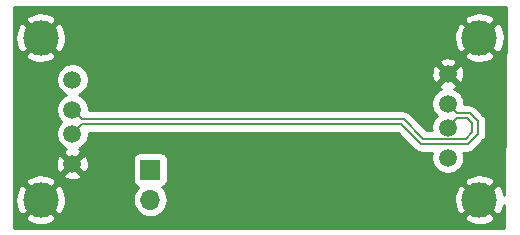
<source format=gbr>
G04 #@! TF.GenerationSoftware,KiCad,Pcbnew,(5.1.2)-2*
G04 #@! TF.CreationDate,2019-06-15T14:58:01+10:00*
G04 #@! TF.ProjectId,USBResetter,55534252-6573-4657-9474-65722e6b6963,rev?*
G04 #@! TF.SameCoordinates,Original*
G04 #@! TF.FileFunction,Copper,L2,Bot*
G04 #@! TF.FilePolarity,Positive*
%FSLAX46Y46*%
G04 Gerber Fmt 4.6, Leading zero omitted, Abs format (unit mm)*
G04 Created by KiCad (PCBNEW (5.1.2)-2) date 2019-06-15 14:58:01*
%MOMM*%
%LPD*%
G04 APERTURE LIST*
%ADD10C,1.500000*%
%ADD11C,3.000000*%
%ADD12O,1.700000X1.700000*%
%ADD13R,1.700000X1.700000*%
%ADD14C,0.200000*%
%ADD15C,0.254000*%
G04 APERTURE END LIST*
D10*
X130600000Y-97910000D03*
X130600000Y-95370000D03*
X130600000Y-93340000D03*
X130600000Y-90800000D03*
D11*
X127930000Y-100960000D03*
X127930000Y-87240000D03*
D12*
X137200000Y-100940000D03*
D13*
X137200000Y-98400000D03*
D11*
X165070000Y-100960000D03*
X165070000Y-87240000D03*
D10*
X162400000Y-97400000D03*
X162400000Y-94860000D03*
X162400000Y-92830000D03*
X162400000Y-90290000D03*
D14*
X130600000Y-95370000D02*
X131390000Y-94580000D01*
X131390000Y-94580000D02*
X158461800Y-94580000D01*
X158461800Y-94580000D02*
X160106800Y-96225000D01*
X160106800Y-96225000D02*
X164093200Y-96225000D01*
X164093200Y-96225000D02*
X164925000Y-95393200D01*
X164925000Y-95393200D02*
X164925000Y-94306800D01*
X163190000Y-93620000D02*
X162400000Y-92830000D01*
X164925000Y-94306800D02*
X164238200Y-93620000D01*
X164238200Y-93620000D02*
X163190000Y-93620000D01*
X131390000Y-94130000D02*
X158648200Y-94130000D01*
X130600000Y-93340000D02*
X131390000Y-94130000D01*
X158648200Y-94130000D02*
X160293200Y-95775000D01*
X160293200Y-95775000D02*
X163906800Y-95775000D01*
X163906800Y-95775000D02*
X164475000Y-95206800D01*
X164475000Y-95206800D02*
X164475000Y-94493200D01*
X163190000Y-94070000D02*
X162400000Y-94860000D01*
X164051800Y-94070000D02*
X163190000Y-94070000D01*
X164475000Y-94493200D02*
X164051800Y-94070000D01*
D15*
G36*
X167174223Y-100574441D02*
G01*
X167165334Y-100499549D01*
X167035243Y-100099617D01*
X166877214Y-99803962D01*
X166561653Y-99647952D01*
X165249605Y-100960000D01*
X166561653Y-102272048D01*
X166877214Y-102116038D01*
X167068020Y-101741255D01*
X167166034Y-101393286D01*
X167146567Y-103340000D01*
X125660000Y-103340000D01*
X125660000Y-102451653D01*
X126617952Y-102451653D01*
X126773962Y-102767214D01*
X127148745Y-102958020D01*
X127553551Y-103072044D01*
X127972824Y-103104902D01*
X128390451Y-103055334D01*
X128790383Y-102925243D01*
X129086038Y-102767214D01*
X129242048Y-102451653D01*
X163757952Y-102451653D01*
X163913962Y-102767214D01*
X164288745Y-102958020D01*
X164693551Y-103072044D01*
X165112824Y-103104902D01*
X165530451Y-103055334D01*
X165930383Y-102925243D01*
X166226038Y-102767214D01*
X166382048Y-102451653D01*
X165070000Y-101139605D01*
X163757952Y-102451653D01*
X129242048Y-102451653D01*
X127930000Y-101139605D01*
X126617952Y-102451653D01*
X125660000Y-102451653D01*
X125660000Y-101002824D01*
X125785098Y-101002824D01*
X125834666Y-101420451D01*
X125964757Y-101820383D01*
X126122786Y-102116038D01*
X126438347Y-102272048D01*
X127750395Y-100960000D01*
X128109605Y-100960000D01*
X129421653Y-102272048D01*
X129737214Y-102116038D01*
X129928020Y-101741255D01*
X130042044Y-101336449D01*
X130073113Y-100940000D01*
X135707815Y-100940000D01*
X135736487Y-101231111D01*
X135821401Y-101511034D01*
X135959294Y-101769014D01*
X136144866Y-101995134D01*
X136370986Y-102180706D01*
X136628966Y-102318599D01*
X136908889Y-102403513D01*
X137127050Y-102425000D01*
X137272950Y-102425000D01*
X137491111Y-102403513D01*
X137771034Y-102318599D01*
X138029014Y-102180706D01*
X138255134Y-101995134D01*
X138440706Y-101769014D01*
X138578599Y-101511034D01*
X138663513Y-101231111D01*
X138685997Y-101002824D01*
X162925098Y-101002824D01*
X162974666Y-101420451D01*
X163104757Y-101820383D01*
X163262786Y-102116038D01*
X163578347Y-102272048D01*
X164890395Y-100960000D01*
X163578347Y-99647952D01*
X163262786Y-99803962D01*
X163071980Y-100178745D01*
X162957956Y-100583551D01*
X162925098Y-101002824D01*
X138685997Y-101002824D01*
X138692185Y-100940000D01*
X138663513Y-100648889D01*
X138578599Y-100368966D01*
X138440706Y-100110986D01*
X138255134Y-99884866D01*
X138225313Y-99860393D01*
X138294180Y-99839502D01*
X138404494Y-99780537D01*
X138501185Y-99701185D01*
X138580537Y-99604494D01*
X138639502Y-99494180D01*
X138647338Y-99468347D01*
X163757952Y-99468347D01*
X165070000Y-100780395D01*
X166382048Y-99468347D01*
X166226038Y-99152786D01*
X165851255Y-98961980D01*
X165446449Y-98847956D01*
X165027176Y-98815098D01*
X164609549Y-98864666D01*
X164209617Y-98994757D01*
X163913962Y-99152786D01*
X163757952Y-99468347D01*
X138647338Y-99468347D01*
X138675812Y-99374482D01*
X138688072Y-99250000D01*
X138688072Y-97550000D01*
X138675812Y-97425518D01*
X138639502Y-97305820D01*
X138580537Y-97195506D01*
X138501185Y-97098815D01*
X138404494Y-97019463D01*
X138294180Y-96960498D01*
X138174482Y-96924188D01*
X138050000Y-96911928D01*
X136350000Y-96911928D01*
X136225518Y-96924188D01*
X136105820Y-96960498D01*
X135995506Y-97019463D01*
X135898815Y-97098815D01*
X135819463Y-97195506D01*
X135760498Y-97305820D01*
X135724188Y-97425518D01*
X135711928Y-97550000D01*
X135711928Y-99250000D01*
X135724188Y-99374482D01*
X135760498Y-99494180D01*
X135819463Y-99604494D01*
X135898815Y-99701185D01*
X135995506Y-99780537D01*
X136105820Y-99839502D01*
X136174687Y-99860393D01*
X136144866Y-99884866D01*
X135959294Y-100110986D01*
X135821401Y-100368966D01*
X135736487Y-100648889D01*
X135707815Y-100940000D01*
X130073113Y-100940000D01*
X130074902Y-100917176D01*
X130025334Y-100499549D01*
X129895243Y-100099617D01*
X129737214Y-99803962D01*
X129421653Y-99647952D01*
X128109605Y-100960000D01*
X127750395Y-100960000D01*
X126438347Y-99647952D01*
X126122786Y-99803962D01*
X125931980Y-100178745D01*
X125817956Y-100583551D01*
X125785098Y-101002824D01*
X125660000Y-101002824D01*
X125660000Y-99468347D01*
X126617952Y-99468347D01*
X127930000Y-100780395D01*
X129242048Y-99468347D01*
X129086038Y-99152786D01*
X128711255Y-98961980D01*
X128374034Y-98866993D01*
X129822612Y-98866993D01*
X129888137Y-99105860D01*
X130135116Y-99221760D01*
X130399960Y-99287250D01*
X130672492Y-99299812D01*
X130942238Y-99258965D01*
X131198832Y-99166277D01*
X131311863Y-99105860D01*
X131377388Y-98866993D01*
X130600000Y-98089605D01*
X129822612Y-98866993D01*
X128374034Y-98866993D01*
X128306449Y-98847956D01*
X127887176Y-98815098D01*
X127469549Y-98864666D01*
X127069617Y-98994757D01*
X126773962Y-99152786D01*
X126617952Y-99468347D01*
X125660000Y-99468347D01*
X125660000Y-97982492D01*
X129210188Y-97982492D01*
X129251035Y-98252238D01*
X129343723Y-98508832D01*
X129404140Y-98621863D01*
X129643007Y-98687388D01*
X130420395Y-97910000D01*
X130779605Y-97910000D01*
X131556993Y-98687388D01*
X131795860Y-98621863D01*
X131911760Y-98374884D01*
X131977250Y-98110040D01*
X131989812Y-97837508D01*
X131948965Y-97567762D01*
X131856277Y-97311168D01*
X131795860Y-97198137D01*
X131556993Y-97132612D01*
X130779605Y-97910000D01*
X130420395Y-97910000D01*
X129643007Y-97132612D01*
X129404140Y-97198137D01*
X129288240Y-97445116D01*
X129222750Y-97709960D01*
X129210188Y-97982492D01*
X125660000Y-97982492D01*
X125660000Y-90663589D01*
X129215000Y-90663589D01*
X129215000Y-90936411D01*
X129268225Y-91203989D01*
X129372629Y-91456043D01*
X129524201Y-91682886D01*
X129717114Y-91875799D01*
X129943957Y-92027371D01*
X130046873Y-92070000D01*
X129943957Y-92112629D01*
X129717114Y-92264201D01*
X129524201Y-92457114D01*
X129372629Y-92683957D01*
X129268225Y-92936011D01*
X129215000Y-93203589D01*
X129215000Y-93476411D01*
X129268225Y-93743989D01*
X129372629Y-93996043D01*
X129524201Y-94222886D01*
X129656315Y-94355000D01*
X129524201Y-94487114D01*
X129372629Y-94713957D01*
X129268225Y-94966011D01*
X129215000Y-95233589D01*
X129215000Y-95506411D01*
X129268225Y-95773989D01*
X129372629Y-96026043D01*
X129524201Y-96252886D01*
X129717114Y-96445799D01*
X129943957Y-96597371D01*
X130043279Y-96638511D01*
X130001168Y-96653723D01*
X129888137Y-96714140D01*
X129822612Y-96953007D01*
X130600000Y-97730395D01*
X131377388Y-96953007D01*
X131311863Y-96714140D01*
X131153523Y-96639836D01*
X131256043Y-96597371D01*
X131482886Y-96445799D01*
X131675799Y-96252886D01*
X131827371Y-96026043D01*
X131931775Y-95773989D01*
X131985000Y-95506411D01*
X131985000Y-95315000D01*
X158157354Y-95315000D01*
X159561546Y-96719193D01*
X159584562Y-96747238D01*
X159696480Y-96839087D01*
X159824167Y-96907337D01*
X159962715Y-96949365D01*
X160070695Y-96960000D01*
X160070704Y-96960000D01*
X160106799Y-96963555D01*
X160142894Y-96960000D01*
X161083141Y-96960000D01*
X161068225Y-96996011D01*
X161015000Y-97263589D01*
X161015000Y-97536411D01*
X161068225Y-97803989D01*
X161172629Y-98056043D01*
X161324201Y-98282886D01*
X161517114Y-98475799D01*
X161743957Y-98627371D01*
X161996011Y-98731775D01*
X162263589Y-98785000D01*
X162536411Y-98785000D01*
X162803989Y-98731775D01*
X163056043Y-98627371D01*
X163282886Y-98475799D01*
X163475799Y-98282886D01*
X163627371Y-98056043D01*
X163731775Y-97803989D01*
X163785000Y-97536411D01*
X163785000Y-97263589D01*
X163731775Y-96996011D01*
X163716859Y-96960000D01*
X164057095Y-96960000D01*
X164093200Y-96963556D01*
X164129305Y-96960000D01*
X164237285Y-96949365D01*
X164375833Y-96907337D01*
X164503520Y-96839087D01*
X164615438Y-96747238D01*
X164638458Y-96719188D01*
X165419197Y-95938450D01*
X165447237Y-95915438D01*
X165470250Y-95887397D01*
X165470253Y-95887394D01*
X165495117Y-95857097D01*
X165539087Y-95803520D01*
X165607337Y-95675833D01*
X165649365Y-95537285D01*
X165660000Y-95429305D01*
X165660000Y-95429304D01*
X165663556Y-95393200D01*
X165660000Y-95357095D01*
X165660000Y-94342905D01*
X165663556Y-94306800D01*
X165649365Y-94162715D01*
X165617528Y-94057763D01*
X165607337Y-94024167D01*
X165539087Y-93896480D01*
X165447238Y-93784562D01*
X165419193Y-93761546D01*
X164783458Y-93125812D01*
X164760438Y-93097762D01*
X164648520Y-93005913D01*
X164520833Y-92937663D01*
X164382285Y-92895635D01*
X164274305Y-92885000D01*
X164238200Y-92881444D01*
X164202095Y-92885000D01*
X163785000Y-92885000D01*
X163785000Y-92693589D01*
X163731775Y-92426011D01*
X163627371Y-92173957D01*
X163475799Y-91947114D01*
X163282886Y-91754201D01*
X163056043Y-91602629D01*
X162956721Y-91561489D01*
X162998832Y-91546277D01*
X163111863Y-91485860D01*
X163177388Y-91246993D01*
X162400000Y-90469605D01*
X161622612Y-91246993D01*
X161688137Y-91485860D01*
X161846477Y-91560164D01*
X161743957Y-91602629D01*
X161517114Y-91754201D01*
X161324201Y-91947114D01*
X161172629Y-92173957D01*
X161068225Y-92426011D01*
X161015000Y-92693589D01*
X161015000Y-92966411D01*
X161068225Y-93233989D01*
X161172629Y-93486043D01*
X161324201Y-93712886D01*
X161456315Y-93845000D01*
X161324201Y-93977114D01*
X161172629Y-94203957D01*
X161068225Y-94456011D01*
X161015000Y-94723589D01*
X161015000Y-94996411D01*
X161023670Y-95040000D01*
X160597647Y-95040000D01*
X159193458Y-93635812D01*
X159170438Y-93607762D01*
X159058520Y-93515913D01*
X158930833Y-93447663D01*
X158792285Y-93405635D01*
X158684305Y-93395000D01*
X158648200Y-93391444D01*
X158612095Y-93395000D01*
X131985000Y-93395000D01*
X131985000Y-93203589D01*
X131931775Y-92936011D01*
X131827371Y-92683957D01*
X131675799Y-92457114D01*
X131482886Y-92264201D01*
X131256043Y-92112629D01*
X131153127Y-92070000D01*
X131256043Y-92027371D01*
X131482886Y-91875799D01*
X131675799Y-91682886D01*
X131827371Y-91456043D01*
X131931775Y-91203989D01*
X131985000Y-90936411D01*
X131985000Y-90663589D01*
X131931775Y-90396011D01*
X131917892Y-90362492D01*
X161010188Y-90362492D01*
X161051035Y-90632238D01*
X161143723Y-90888832D01*
X161204140Y-91001863D01*
X161443007Y-91067388D01*
X162220395Y-90290000D01*
X162579605Y-90290000D01*
X163356993Y-91067388D01*
X163595860Y-91001863D01*
X163711760Y-90754884D01*
X163777250Y-90490040D01*
X163789812Y-90217508D01*
X163748965Y-89947762D01*
X163656277Y-89691168D01*
X163595860Y-89578137D01*
X163356993Y-89512612D01*
X162579605Y-90290000D01*
X162220395Y-90290000D01*
X161443007Y-89512612D01*
X161204140Y-89578137D01*
X161088240Y-89825116D01*
X161022750Y-90089960D01*
X161010188Y-90362492D01*
X131917892Y-90362492D01*
X131827371Y-90143957D01*
X131675799Y-89917114D01*
X131482886Y-89724201D01*
X131256043Y-89572629D01*
X131003989Y-89468225D01*
X130736411Y-89415000D01*
X130463589Y-89415000D01*
X130196011Y-89468225D01*
X129943957Y-89572629D01*
X129717114Y-89724201D01*
X129524201Y-89917114D01*
X129372629Y-90143957D01*
X129268225Y-90396011D01*
X129215000Y-90663589D01*
X125660000Y-90663589D01*
X125660000Y-88731653D01*
X126617952Y-88731653D01*
X126773962Y-89047214D01*
X127148745Y-89238020D01*
X127553551Y-89352044D01*
X127972824Y-89384902D01*
X128390451Y-89335334D01*
X128397604Y-89333007D01*
X161622612Y-89333007D01*
X162400000Y-90110395D01*
X163177388Y-89333007D01*
X163111863Y-89094140D01*
X162864884Y-88978240D01*
X162600040Y-88912750D01*
X162327508Y-88900188D01*
X162057762Y-88941035D01*
X161801168Y-89033723D01*
X161688137Y-89094140D01*
X161622612Y-89333007D01*
X128397604Y-89333007D01*
X128790383Y-89205243D01*
X129086038Y-89047214D01*
X129242048Y-88731653D01*
X163757952Y-88731653D01*
X163913962Y-89047214D01*
X164288745Y-89238020D01*
X164693551Y-89352044D01*
X165112824Y-89384902D01*
X165530451Y-89335334D01*
X165930383Y-89205243D01*
X166226038Y-89047214D01*
X166382048Y-88731653D01*
X165070000Y-87419605D01*
X163757952Y-88731653D01*
X129242048Y-88731653D01*
X127930000Y-87419605D01*
X126617952Y-88731653D01*
X125660000Y-88731653D01*
X125660000Y-87282824D01*
X125785098Y-87282824D01*
X125834666Y-87700451D01*
X125964757Y-88100383D01*
X126122786Y-88396038D01*
X126438347Y-88552048D01*
X127750395Y-87240000D01*
X128109605Y-87240000D01*
X129421653Y-88552048D01*
X129737214Y-88396038D01*
X129928020Y-88021255D01*
X130042044Y-87616449D01*
X130068189Y-87282824D01*
X162925098Y-87282824D01*
X162974666Y-87700451D01*
X163104757Y-88100383D01*
X163262786Y-88396038D01*
X163578347Y-88552048D01*
X164890395Y-87240000D01*
X165249605Y-87240000D01*
X166561653Y-88552048D01*
X166877214Y-88396038D01*
X167068020Y-88021255D01*
X167182044Y-87616449D01*
X167214902Y-87197176D01*
X167165334Y-86779549D01*
X167035243Y-86379617D01*
X166877214Y-86083962D01*
X166561653Y-85927952D01*
X165249605Y-87240000D01*
X164890395Y-87240000D01*
X163578347Y-85927952D01*
X163262786Y-86083962D01*
X163071980Y-86458745D01*
X162957956Y-86863551D01*
X162925098Y-87282824D01*
X130068189Y-87282824D01*
X130074902Y-87197176D01*
X130025334Y-86779549D01*
X129895243Y-86379617D01*
X129737214Y-86083962D01*
X129421653Y-85927952D01*
X128109605Y-87240000D01*
X127750395Y-87240000D01*
X126438347Y-85927952D01*
X126122786Y-86083962D01*
X125931980Y-86458745D01*
X125817956Y-86863551D01*
X125785098Y-87282824D01*
X125660000Y-87282824D01*
X125660000Y-85748347D01*
X126617952Y-85748347D01*
X127930000Y-87060395D01*
X129242048Y-85748347D01*
X163757952Y-85748347D01*
X165070000Y-87060395D01*
X166382048Y-85748347D01*
X166226038Y-85432786D01*
X165851255Y-85241980D01*
X165446449Y-85127956D01*
X165027176Y-85095098D01*
X164609549Y-85144666D01*
X164209617Y-85274757D01*
X163913962Y-85432786D01*
X163757952Y-85748347D01*
X129242048Y-85748347D01*
X129086038Y-85432786D01*
X128711255Y-85241980D01*
X128306449Y-85127956D01*
X127887176Y-85095098D01*
X127469549Y-85144666D01*
X127069617Y-85274757D01*
X126773962Y-85432786D01*
X126617952Y-85748347D01*
X125660000Y-85748347D01*
X125660000Y-84660000D01*
X167333368Y-84660000D01*
X167174223Y-100574441D01*
X167174223Y-100574441D01*
G37*
X167174223Y-100574441D02*
X167165334Y-100499549D01*
X167035243Y-100099617D01*
X166877214Y-99803962D01*
X166561653Y-99647952D01*
X165249605Y-100960000D01*
X166561653Y-102272048D01*
X166877214Y-102116038D01*
X167068020Y-101741255D01*
X167166034Y-101393286D01*
X167146567Y-103340000D01*
X125660000Y-103340000D01*
X125660000Y-102451653D01*
X126617952Y-102451653D01*
X126773962Y-102767214D01*
X127148745Y-102958020D01*
X127553551Y-103072044D01*
X127972824Y-103104902D01*
X128390451Y-103055334D01*
X128790383Y-102925243D01*
X129086038Y-102767214D01*
X129242048Y-102451653D01*
X163757952Y-102451653D01*
X163913962Y-102767214D01*
X164288745Y-102958020D01*
X164693551Y-103072044D01*
X165112824Y-103104902D01*
X165530451Y-103055334D01*
X165930383Y-102925243D01*
X166226038Y-102767214D01*
X166382048Y-102451653D01*
X165070000Y-101139605D01*
X163757952Y-102451653D01*
X129242048Y-102451653D01*
X127930000Y-101139605D01*
X126617952Y-102451653D01*
X125660000Y-102451653D01*
X125660000Y-101002824D01*
X125785098Y-101002824D01*
X125834666Y-101420451D01*
X125964757Y-101820383D01*
X126122786Y-102116038D01*
X126438347Y-102272048D01*
X127750395Y-100960000D01*
X128109605Y-100960000D01*
X129421653Y-102272048D01*
X129737214Y-102116038D01*
X129928020Y-101741255D01*
X130042044Y-101336449D01*
X130073113Y-100940000D01*
X135707815Y-100940000D01*
X135736487Y-101231111D01*
X135821401Y-101511034D01*
X135959294Y-101769014D01*
X136144866Y-101995134D01*
X136370986Y-102180706D01*
X136628966Y-102318599D01*
X136908889Y-102403513D01*
X137127050Y-102425000D01*
X137272950Y-102425000D01*
X137491111Y-102403513D01*
X137771034Y-102318599D01*
X138029014Y-102180706D01*
X138255134Y-101995134D01*
X138440706Y-101769014D01*
X138578599Y-101511034D01*
X138663513Y-101231111D01*
X138685997Y-101002824D01*
X162925098Y-101002824D01*
X162974666Y-101420451D01*
X163104757Y-101820383D01*
X163262786Y-102116038D01*
X163578347Y-102272048D01*
X164890395Y-100960000D01*
X163578347Y-99647952D01*
X163262786Y-99803962D01*
X163071980Y-100178745D01*
X162957956Y-100583551D01*
X162925098Y-101002824D01*
X138685997Y-101002824D01*
X138692185Y-100940000D01*
X138663513Y-100648889D01*
X138578599Y-100368966D01*
X138440706Y-100110986D01*
X138255134Y-99884866D01*
X138225313Y-99860393D01*
X138294180Y-99839502D01*
X138404494Y-99780537D01*
X138501185Y-99701185D01*
X138580537Y-99604494D01*
X138639502Y-99494180D01*
X138647338Y-99468347D01*
X163757952Y-99468347D01*
X165070000Y-100780395D01*
X166382048Y-99468347D01*
X166226038Y-99152786D01*
X165851255Y-98961980D01*
X165446449Y-98847956D01*
X165027176Y-98815098D01*
X164609549Y-98864666D01*
X164209617Y-98994757D01*
X163913962Y-99152786D01*
X163757952Y-99468347D01*
X138647338Y-99468347D01*
X138675812Y-99374482D01*
X138688072Y-99250000D01*
X138688072Y-97550000D01*
X138675812Y-97425518D01*
X138639502Y-97305820D01*
X138580537Y-97195506D01*
X138501185Y-97098815D01*
X138404494Y-97019463D01*
X138294180Y-96960498D01*
X138174482Y-96924188D01*
X138050000Y-96911928D01*
X136350000Y-96911928D01*
X136225518Y-96924188D01*
X136105820Y-96960498D01*
X135995506Y-97019463D01*
X135898815Y-97098815D01*
X135819463Y-97195506D01*
X135760498Y-97305820D01*
X135724188Y-97425518D01*
X135711928Y-97550000D01*
X135711928Y-99250000D01*
X135724188Y-99374482D01*
X135760498Y-99494180D01*
X135819463Y-99604494D01*
X135898815Y-99701185D01*
X135995506Y-99780537D01*
X136105820Y-99839502D01*
X136174687Y-99860393D01*
X136144866Y-99884866D01*
X135959294Y-100110986D01*
X135821401Y-100368966D01*
X135736487Y-100648889D01*
X135707815Y-100940000D01*
X130073113Y-100940000D01*
X130074902Y-100917176D01*
X130025334Y-100499549D01*
X129895243Y-100099617D01*
X129737214Y-99803962D01*
X129421653Y-99647952D01*
X128109605Y-100960000D01*
X127750395Y-100960000D01*
X126438347Y-99647952D01*
X126122786Y-99803962D01*
X125931980Y-100178745D01*
X125817956Y-100583551D01*
X125785098Y-101002824D01*
X125660000Y-101002824D01*
X125660000Y-99468347D01*
X126617952Y-99468347D01*
X127930000Y-100780395D01*
X129242048Y-99468347D01*
X129086038Y-99152786D01*
X128711255Y-98961980D01*
X128374034Y-98866993D01*
X129822612Y-98866993D01*
X129888137Y-99105860D01*
X130135116Y-99221760D01*
X130399960Y-99287250D01*
X130672492Y-99299812D01*
X130942238Y-99258965D01*
X131198832Y-99166277D01*
X131311863Y-99105860D01*
X131377388Y-98866993D01*
X130600000Y-98089605D01*
X129822612Y-98866993D01*
X128374034Y-98866993D01*
X128306449Y-98847956D01*
X127887176Y-98815098D01*
X127469549Y-98864666D01*
X127069617Y-98994757D01*
X126773962Y-99152786D01*
X126617952Y-99468347D01*
X125660000Y-99468347D01*
X125660000Y-97982492D01*
X129210188Y-97982492D01*
X129251035Y-98252238D01*
X129343723Y-98508832D01*
X129404140Y-98621863D01*
X129643007Y-98687388D01*
X130420395Y-97910000D01*
X130779605Y-97910000D01*
X131556993Y-98687388D01*
X131795860Y-98621863D01*
X131911760Y-98374884D01*
X131977250Y-98110040D01*
X131989812Y-97837508D01*
X131948965Y-97567762D01*
X131856277Y-97311168D01*
X131795860Y-97198137D01*
X131556993Y-97132612D01*
X130779605Y-97910000D01*
X130420395Y-97910000D01*
X129643007Y-97132612D01*
X129404140Y-97198137D01*
X129288240Y-97445116D01*
X129222750Y-97709960D01*
X129210188Y-97982492D01*
X125660000Y-97982492D01*
X125660000Y-90663589D01*
X129215000Y-90663589D01*
X129215000Y-90936411D01*
X129268225Y-91203989D01*
X129372629Y-91456043D01*
X129524201Y-91682886D01*
X129717114Y-91875799D01*
X129943957Y-92027371D01*
X130046873Y-92070000D01*
X129943957Y-92112629D01*
X129717114Y-92264201D01*
X129524201Y-92457114D01*
X129372629Y-92683957D01*
X129268225Y-92936011D01*
X129215000Y-93203589D01*
X129215000Y-93476411D01*
X129268225Y-93743989D01*
X129372629Y-93996043D01*
X129524201Y-94222886D01*
X129656315Y-94355000D01*
X129524201Y-94487114D01*
X129372629Y-94713957D01*
X129268225Y-94966011D01*
X129215000Y-95233589D01*
X129215000Y-95506411D01*
X129268225Y-95773989D01*
X129372629Y-96026043D01*
X129524201Y-96252886D01*
X129717114Y-96445799D01*
X129943957Y-96597371D01*
X130043279Y-96638511D01*
X130001168Y-96653723D01*
X129888137Y-96714140D01*
X129822612Y-96953007D01*
X130600000Y-97730395D01*
X131377388Y-96953007D01*
X131311863Y-96714140D01*
X131153523Y-96639836D01*
X131256043Y-96597371D01*
X131482886Y-96445799D01*
X131675799Y-96252886D01*
X131827371Y-96026043D01*
X131931775Y-95773989D01*
X131985000Y-95506411D01*
X131985000Y-95315000D01*
X158157354Y-95315000D01*
X159561546Y-96719193D01*
X159584562Y-96747238D01*
X159696480Y-96839087D01*
X159824167Y-96907337D01*
X159962715Y-96949365D01*
X160070695Y-96960000D01*
X160070704Y-96960000D01*
X160106799Y-96963555D01*
X160142894Y-96960000D01*
X161083141Y-96960000D01*
X161068225Y-96996011D01*
X161015000Y-97263589D01*
X161015000Y-97536411D01*
X161068225Y-97803989D01*
X161172629Y-98056043D01*
X161324201Y-98282886D01*
X161517114Y-98475799D01*
X161743957Y-98627371D01*
X161996011Y-98731775D01*
X162263589Y-98785000D01*
X162536411Y-98785000D01*
X162803989Y-98731775D01*
X163056043Y-98627371D01*
X163282886Y-98475799D01*
X163475799Y-98282886D01*
X163627371Y-98056043D01*
X163731775Y-97803989D01*
X163785000Y-97536411D01*
X163785000Y-97263589D01*
X163731775Y-96996011D01*
X163716859Y-96960000D01*
X164057095Y-96960000D01*
X164093200Y-96963556D01*
X164129305Y-96960000D01*
X164237285Y-96949365D01*
X164375833Y-96907337D01*
X164503520Y-96839087D01*
X164615438Y-96747238D01*
X164638458Y-96719188D01*
X165419197Y-95938450D01*
X165447237Y-95915438D01*
X165470250Y-95887397D01*
X165470253Y-95887394D01*
X165495117Y-95857097D01*
X165539087Y-95803520D01*
X165607337Y-95675833D01*
X165649365Y-95537285D01*
X165660000Y-95429305D01*
X165660000Y-95429304D01*
X165663556Y-95393200D01*
X165660000Y-95357095D01*
X165660000Y-94342905D01*
X165663556Y-94306800D01*
X165649365Y-94162715D01*
X165617528Y-94057763D01*
X165607337Y-94024167D01*
X165539087Y-93896480D01*
X165447238Y-93784562D01*
X165419193Y-93761546D01*
X164783458Y-93125812D01*
X164760438Y-93097762D01*
X164648520Y-93005913D01*
X164520833Y-92937663D01*
X164382285Y-92895635D01*
X164274305Y-92885000D01*
X164238200Y-92881444D01*
X164202095Y-92885000D01*
X163785000Y-92885000D01*
X163785000Y-92693589D01*
X163731775Y-92426011D01*
X163627371Y-92173957D01*
X163475799Y-91947114D01*
X163282886Y-91754201D01*
X163056043Y-91602629D01*
X162956721Y-91561489D01*
X162998832Y-91546277D01*
X163111863Y-91485860D01*
X163177388Y-91246993D01*
X162400000Y-90469605D01*
X161622612Y-91246993D01*
X161688137Y-91485860D01*
X161846477Y-91560164D01*
X161743957Y-91602629D01*
X161517114Y-91754201D01*
X161324201Y-91947114D01*
X161172629Y-92173957D01*
X161068225Y-92426011D01*
X161015000Y-92693589D01*
X161015000Y-92966411D01*
X161068225Y-93233989D01*
X161172629Y-93486043D01*
X161324201Y-93712886D01*
X161456315Y-93845000D01*
X161324201Y-93977114D01*
X161172629Y-94203957D01*
X161068225Y-94456011D01*
X161015000Y-94723589D01*
X161015000Y-94996411D01*
X161023670Y-95040000D01*
X160597647Y-95040000D01*
X159193458Y-93635812D01*
X159170438Y-93607762D01*
X159058520Y-93515913D01*
X158930833Y-93447663D01*
X158792285Y-93405635D01*
X158684305Y-93395000D01*
X158648200Y-93391444D01*
X158612095Y-93395000D01*
X131985000Y-93395000D01*
X131985000Y-93203589D01*
X131931775Y-92936011D01*
X131827371Y-92683957D01*
X131675799Y-92457114D01*
X131482886Y-92264201D01*
X131256043Y-92112629D01*
X131153127Y-92070000D01*
X131256043Y-92027371D01*
X131482886Y-91875799D01*
X131675799Y-91682886D01*
X131827371Y-91456043D01*
X131931775Y-91203989D01*
X131985000Y-90936411D01*
X131985000Y-90663589D01*
X131931775Y-90396011D01*
X131917892Y-90362492D01*
X161010188Y-90362492D01*
X161051035Y-90632238D01*
X161143723Y-90888832D01*
X161204140Y-91001863D01*
X161443007Y-91067388D01*
X162220395Y-90290000D01*
X162579605Y-90290000D01*
X163356993Y-91067388D01*
X163595860Y-91001863D01*
X163711760Y-90754884D01*
X163777250Y-90490040D01*
X163789812Y-90217508D01*
X163748965Y-89947762D01*
X163656277Y-89691168D01*
X163595860Y-89578137D01*
X163356993Y-89512612D01*
X162579605Y-90290000D01*
X162220395Y-90290000D01*
X161443007Y-89512612D01*
X161204140Y-89578137D01*
X161088240Y-89825116D01*
X161022750Y-90089960D01*
X161010188Y-90362492D01*
X131917892Y-90362492D01*
X131827371Y-90143957D01*
X131675799Y-89917114D01*
X131482886Y-89724201D01*
X131256043Y-89572629D01*
X131003989Y-89468225D01*
X130736411Y-89415000D01*
X130463589Y-89415000D01*
X130196011Y-89468225D01*
X129943957Y-89572629D01*
X129717114Y-89724201D01*
X129524201Y-89917114D01*
X129372629Y-90143957D01*
X129268225Y-90396011D01*
X129215000Y-90663589D01*
X125660000Y-90663589D01*
X125660000Y-88731653D01*
X126617952Y-88731653D01*
X126773962Y-89047214D01*
X127148745Y-89238020D01*
X127553551Y-89352044D01*
X127972824Y-89384902D01*
X128390451Y-89335334D01*
X128397604Y-89333007D01*
X161622612Y-89333007D01*
X162400000Y-90110395D01*
X163177388Y-89333007D01*
X163111863Y-89094140D01*
X162864884Y-88978240D01*
X162600040Y-88912750D01*
X162327508Y-88900188D01*
X162057762Y-88941035D01*
X161801168Y-89033723D01*
X161688137Y-89094140D01*
X161622612Y-89333007D01*
X128397604Y-89333007D01*
X128790383Y-89205243D01*
X129086038Y-89047214D01*
X129242048Y-88731653D01*
X163757952Y-88731653D01*
X163913962Y-89047214D01*
X164288745Y-89238020D01*
X164693551Y-89352044D01*
X165112824Y-89384902D01*
X165530451Y-89335334D01*
X165930383Y-89205243D01*
X166226038Y-89047214D01*
X166382048Y-88731653D01*
X165070000Y-87419605D01*
X163757952Y-88731653D01*
X129242048Y-88731653D01*
X127930000Y-87419605D01*
X126617952Y-88731653D01*
X125660000Y-88731653D01*
X125660000Y-87282824D01*
X125785098Y-87282824D01*
X125834666Y-87700451D01*
X125964757Y-88100383D01*
X126122786Y-88396038D01*
X126438347Y-88552048D01*
X127750395Y-87240000D01*
X128109605Y-87240000D01*
X129421653Y-88552048D01*
X129737214Y-88396038D01*
X129928020Y-88021255D01*
X130042044Y-87616449D01*
X130068189Y-87282824D01*
X162925098Y-87282824D01*
X162974666Y-87700451D01*
X163104757Y-88100383D01*
X163262786Y-88396038D01*
X163578347Y-88552048D01*
X164890395Y-87240000D01*
X165249605Y-87240000D01*
X166561653Y-88552048D01*
X166877214Y-88396038D01*
X167068020Y-88021255D01*
X167182044Y-87616449D01*
X167214902Y-87197176D01*
X167165334Y-86779549D01*
X167035243Y-86379617D01*
X166877214Y-86083962D01*
X166561653Y-85927952D01*
X165249605Y-87240000D01*
X164890395Y-87240000D01*
X163578347Y-85927952D01*
X163262786Y-86083962D01*
X163071980Y-86458745D01*
X162957956Y-86863551D01*
X162925098Y-87282824D01*
X130068189Y-87282824D01*
X130074902Y-87197176D01*
X130025334Y-86779549D01*
X129895243Y-86379617D01*
X129737214Y-86083962D01*
X129421653Y-85927952D01*
X128109605Y-87240000D01*
X127750395Y-87240000D01*
X126438347Y-85927952D01*
X126122786Y-86083962D01*
X125931980Y-86458745D01*
X125817956Y-86863551D01*
X125785098Y-87282824D01*
X125660000Y-87282824D01*
X125660000Y-85748347D01*
X126617952Y-85748347D01*
X127930000Y-87060395D01*
X129242048Y-85748347D01*
X163757952Y-85748347D01*
X165070000Y-87060395D01*
X166382048Y-85748347D01*
X166226038Y-85432786D01*
X165851255Y-85241980D01*
X165446449Y-85127956D01*
X165027176Y-85095098D01*
X164609549Y-85144666D01*
X164209617Y-85274757D01*
X163913962Y-85432786D01*
X163757952Y-85748347D01*
X129242048Y-85748347D01*
X129086038Y-85432786D01*
X128711255Y-85241980D01*
X128306449Y-85127956D01*
X127887176Y-85095098D01*
X127469549Y-85144666D01*
X127069617Y-85274757D01*
X126773962Y-85432786D01*
X126617952Y-85748347D01*
X125660000Y-85748347D01*
X125660000Y-84660000D01*
X167333368Y-84660000D01*
X167174223Y-100574441D01*
M02*

</source>
